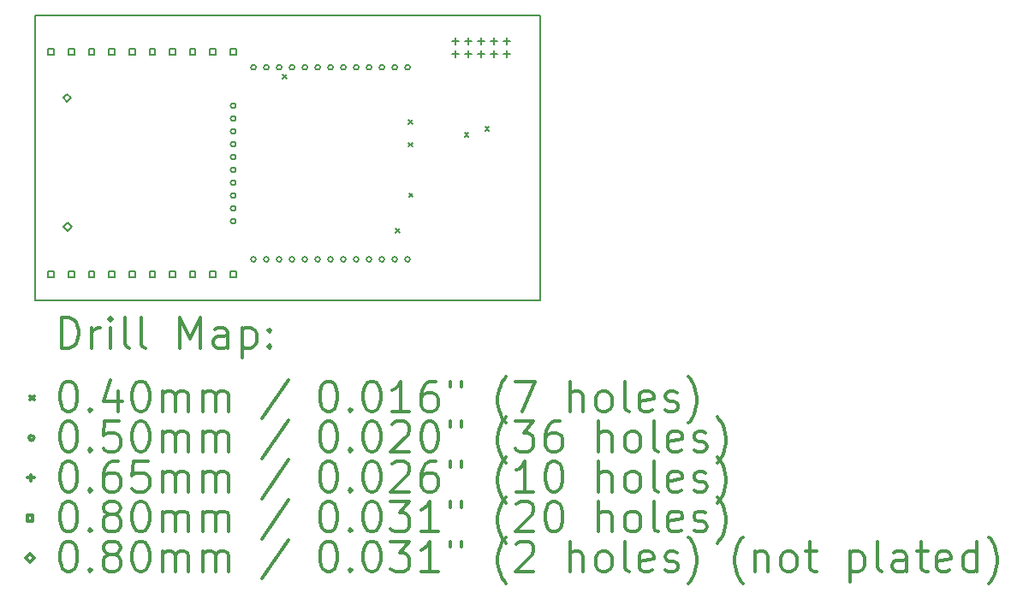
<source format=gbr>
%FSLAX45Y45*%
G04 Gerber Fmt 4.5, Leading zero omitted, Abs format (unit mm)*
G04 Created by KiCad (PCBNEW 4.0.2-4+6225~38~ubuntu15.10.1-stable) date søn 17 apr 2016 19:25:52 CEST*
%MOMM*%
G01*
G04 APERTURE LIST*
%ADD10C,0.127000*%
%ADD11C,0.150000*%
%ADD12C,0.200000*%
%ADD13C,0.300000*%
G04 APERTURE END LIST*
D10*
D11*
X12095000Y-12489000D02*
X17095000Y-12489000D01*
X17095000Y-12489000D02*
X17095000Y-15307000D01*
X12095000Y-15307000D02*
X12095000Y-12489906D01*
X17095000Y-15307000D02*
X12095000Y-15307000D01*
D12*
X14545072Y-13075681D02*
X14585072Y-13115681D01*
X14585072Y-13075681D02*
X14545072Y-13115681D01*
X15667000Y-14598000D02*
X15707000Y-14638000D01*
X15707000Y-14598000D02*
X15667000Y-14638000D01*
X15792000Y-13525000D02*
X15832000Y-13565000D01*
X15832000Y-13525000D02*
X15792000Y-13565000D01*
X15792000Y-13749000D02*
X15832000Y-13789000D01*
X15832000Y-13749000D02*
X15792000Y-13789000D01*
X15795000Y-14248000D02*
X15835000Y-14288000D01*
X15835000Y-14248000D02*
X15795000Y-14288000D01*
X16346000Y-13653000D02*
X16386000Y-13693000D01*
X16386000Y-13653000D02*
X16346000Y-13693000D01*
X16549000Y-13592000D02*
X16589000Y-13632000D01*
X16589000Y-13592000D02*
X16549000Y-13632000D01*
X14083000Y-13383000D02*
G75*
G03X14083000Y-13383000I-25000J0D01*
G01*
X14083000Y-13510000D02*
G75*
G03X14083000Y-13510000I-25000J0D01*
G01*
X14083000Y-13637000D02*
G75*
G03X14083000Y-13637000I-25000J0D01*
G01*
X14083000Y-13764000D02*
G75*
G03X14083000Y-13764000I-25000J0D01*
G01*
X14083000Y-13891000D02*
G75*
G03X14083000Y-13891000I-25000J0D01*
G01*
X14083000Y-14018000D02*
G75*
G03X14083000Y-14018000I-25000J0D01*
G01*
X14083000Y-14145000D02*
G75*
G03X14083000Y-14145000I-25000J0D01*
G01*
X14083000Y-14272000D02*
G75*
G03X14083000Y-14272000I-25000J0D01*
G01*
X14083000Y-14399000D02*
G75*
G03X14083000Y-14399000I-25000J0D01*
G01*
X14083000Y-14526000D02*
G75*
G03X14083000Y-14526000I-25000J0D01*
G01*
X14283000Y-13004000D02*
G75*
G03X14283000Y-13004000I-25000J0D01*
G01*
X14283000Y-14904000D02*
G75*
G03X14283000Y-14904000I-25000J0D01*
G01*
X14410000Y-13004000D02*
G75*
G03X14410000Y-13004000I-25000J0D01*
G01*
X14410000Y-14904000D02*
G75*
G03X14410000Y-14904000I-25000J0D01*
G01*
X14537000Y-13004000D02*
G75*
G03X14537000Y-13004000I-25000J0D01*
G01*
X14537000Y-14904000D02*
G75*
G03X14537000Y-14904000I-25000J0D01*
G01*
X14664000Y-13004000D02*
G75*
G03X14664000Y-13004000I-25000J0D01*
G01*
X14664000Y-14904000D02*
G75*
G03X14664000Y-14904000I-25000J0D01*
G01*
X14791000Y-13004000D02*
G75*
G03X14791000Y-13004000I-25000J0D01*
G01*
X14791000Y-14904000D02*
G75*
G03X14791000Y-14904000I-25000J0D01*
G01*
X14918000Y-13004000D02*
G75*
G03X14918000Y-13004000I-25000J0D01*
G01*
X14918000Y-14904000D02*
G75*
G03X14918000Y-14904000I-25000J0D01*
G01*
X15045000Y-13004000D02*
G75*
G03X15045000Y-13004000I-25000J0D01*
G01*
X15045000Y-14904000D02*
G75*
G03X15045000Y-14904000I-25000J0D01*
G01*
X15172000Y-13004000D02*
G75*
G03X15172000Y-13004000I-25000J0D01*
G01*
X15172000Y-14904000D02*
G75*
G03X15172000Y-14904000I-25000J0D01*
G01*
X15299000Y-13004000D02*
G75*
G03X15299000Y-13004000I-25000J0D01*
G01*
X15299000Y-14904000D02*
G75*
G03X15299000Y-14904000I-25000J0D01*
G01*
X15426000Y-13004000D02*
G75*
G03X15426000Y-13004000I-25000J0D01*
G01*
X15426000Y-14904000D02*
G75*
G03X15426000Y-14904000I-25000J0D01*
G01*
X15553000Y-13004000D02*
G75*
G03X15553000Y-13004000I-25000J0D01*
G01*
X15553000Y-14904000D02*
G75*
G03X15553000Y-14904000I-25000J0D01*
G01*
X15680000Y-13004000D02*
G75*
G03X15680000Y-13004000I-25000J0D01*
G01*
X15680000Y-14904000D02*
G75*
G03X15680000Y-14904000I-25000J0D01*
G01*
X15807000Y-13004000D02*
G75*
G03X15807000Y-13004000I-25000J0D01*
G01*
X15807000Y-14904000D02*
G75*
G03X15807000Y-14904000I-25000J0D01*
G01*
X16256000Y-12710500D02*
X16256000Y-12775500D01*
X16223500Y-12743000D02*
X16288500Y-12743000D01*
X16256000Y-12837500D02*
X16256000Y-12902500D01*
X16223500Y-12870000D02*
X16288500Y-12870000D01*
X16383000Y-12710500D02*
X16383000Y-12775500D01*
X16350500Y-12743000D02*
X16415500Y-12743000D01*
X16383000Y-12837500D02*
X16383000Y-12902500D01*
X16350500Y-12870000D02*
X16415500Y-12870000D01*
X16510000Y-12710500D02*
X16510000Y-12775500D01*
X16477500Y-12743000D02*
X16542500Y-12743000D01*
X16510000Y-12837500D02*
X16510000Y-12902500D01*
X16477500Y-12870000D02*
X16542500Y-12870000D01*
X16637000Y-12710500D02*
X16637000Y-12775500D01*
X16604500Y-12743000D02*
X16669500Y-12743000D01*
X16637000Y-12837500D02*
X16637000Y-12902500D01*
X16604500Y-12870000D02*
X16669500Y-12870000D01*
X16764000Y-12710500D02*
X16764000Y-12775500D01*
X16731500Y-12743000D02*
X16796500Y-12743000D01*
X16764000Y-12837500D02*
X16764000Y-12902500D01*
X16731500Y-12870000D02*
X16796500Y-12870000D01*
X12285784Y-12878284D02*
X12285784Y-12821715D01*
X12229215Y-12821715D01*
X12229215Y-12878284D01*
X12285784Y-12878284D01*
X12285784Y-15078284D02*
X12285784Y-15021715D01*
X12229215Y-15021715D01*
X12229215Y-15078284D01*
X12285784Y-15078284D01*
X12485784Y-12878284D02*
X12485784Y-12821715D01*
X12429215Y-12821715D01*
X12429215Y-12878284D01*
X12485784Y-12878284D01*
X12485784Y-15078284D02*
X12485784Y-15021715D01*
X12429215Y-15021715D01*
X12429215Y-15078284D01*
X12485784Y-15078284D01*
X12685784Y-12878284D02*
X12685784Y-12821715D01*
X12629215Y-12821715D01*
X12629215Y-12878284D01*
X12685784Y-12878284D01*
X12685784Y-15078284D02*
X12685784Y-15021715D01*
X12629215Y-15021715D01*
X12629215Y-15078284D01*
X12685784Y-15078284D01*
X12885784Y-12878284D02*
X12885784Y-12821715D01*
X12829215Y-12821715D01*
X12829215Y-12878284D01*
X12885784Y-12878284D01*
X12885784Y-15078284D02*
X12885784Y-15021715D01*
X12829215Y-15021715D01*
X12829215Y-15078284D01*
X12885784Y-15078284D01*
X13085784Y-12878284D02*
X13085784Y-12821715D01*
X13029215Y-12821715D01*
X13029215Y-12878284D01*
X13085784Y-12878284D01*
X13085784Y-15078284D02*
X13085784Y-15021715D01*
X13029215Y-15021715D01*
X13029215Y-15078284D01*
X13085784Y-15078284D01*
X13285784Y-12878284D02*
X13285784Y-12821715D01*
X13229215Y-12821715D01*
X13229215Y-12878284D01*
X13285784Y-12878284D01*
X13285784Y-15078284D02*
X13285784Y-15021715D01*
X13229215Y-15021715D01*
X13229215Y-15078284D01*
X13285784Y-15078284D01*
X13485784Y-12878284D02*
X13485784Y-12821715D01*
X13429215Y-12821715D01*
X13429215Y-12878284D01*
X13485784Y-12878284D01*
X13485784Y-15078284D02*
X13485784Y-15021715D01*
X13429215Y-15021715D01*
X13429215Y-15078284D01*
X13485784Y-15078284D01*
X13685784Y-12878284D02*
X13685784Y-12821715D01*
X13629215Y-12821715D01*
X13629215Y-12878284D01*
X13685784Y-12878284D01*
X13685784Y-15078284D02*
X13685784Y-15021715D01*
X13629215Y-15021715D01*
X13629215Y-15078284D01*
X13685784Y-15078284D01*
X13885784Y-12878284D02*
X13885784Y-12821715D01*
X13829215Y-12821715D01*
X13829215Y-12878284D01*
X13885784Y-12878284D01*
X13885784Y-15078284D02*
X13885784Y-15021715D01*
X13829215Y-15021715D01*
X13829215Y-15078284D01*
X13885784Y-15078284D01*
X14085784Y-12878284D02*
X14085784Y-12821715D01*
X14029215Y-12821715D01*
X14029215Y-12878284D01*
X14085784Y-12878284D01*
X14085784Y-15078284D02*
X14085784Y-15021715D01*
X14029215Y-15021715D01*
X14029215Y-15078284D01*
X14085784Y-15078284D01*
X12415000Y-13347000D02*
X12455000Y-13307000D01*
X12415000Y-13267000D01*
X12375000Y-13307000D01*
X12415000Y-13347000D01*
X12422000Y-14620000D02*
X12462000Y-14580000D01*
X12422000Y-14540000D01*
X12382000Y-14580000D01*
X12422000Y-14620000D01*
D13*
X12358928Y-15780214D02*
X12358928Y-15480214D01*
X12430357Y-15480214D01*
X12473214Y-15494500D01*
X12501786Y-15523071D01*
X12516071Y-15551643D01*
X12530357Y-15608786D01*
X12530357Y-15651643D01*
X12516071Y-15708786D01*
X12501786Y-15737357D01*
X12473214Y-15765929D01*
X12430357Y-15780214D01*
X12358928Y-15780214D01*
X12658928Y-15780214D02*
X12658928Y-15580214D01*
X12658928Y-15637357D02*
X12673214Y-15608786D01*
X12687500Y-15594500D01*
X12716071Y-15580214D01*
X12744643Y-15580214D01*
X12844643Y-15780214D02*
X12844643Y-15580214D01*
X12844643Y-15480214D02*
X12830357Y-15494500D01*
X12844643Y-15508786D01*
X12858928Y-15494500D01*
X12844643Y-15480214D01*
X12844643Y-15508786D01*
X13030357Y-15780214D02*
X13001786Y-15765929D01*
X12987500Y-15737357D01*
X12987500Y-15480214D01*
X13187500Y-15780214D02*
X13158928Y-15765929D01*
X13144643Y-15737357D01*
X13144643Y-15480214D01*
X13530357Y-15780214D02*
X13530357Y-15480214D01*
X13630357Y-15694500D01*
X13730357Y-15480214D01*
X13730357Y-15780214D01*
X14001786Y-15780214D02*
X14001786Y-15623071D01*
X13987500Y-15594500D01*
X13958928Y-15580214D01*
X13901786Y-15580214D01*
X13873214Y-15594500D01*
X14001786Y-15765929D02*
X13973214Y-15780214D01*
X13901786Y-15780214D01*
X13873214Y-15765929D01*
X13858928Y-15737357D01*
X13858928Y-15708786D01*
X13873214Y-15680214D01*
X13901786Y-15665929D01*
X13973214Y-15665929D01*
X14001786Y-15651643D01*
X14144643Y-15580214D02*
X14144643Y-15880214D01*
X14144643Y-15594500D02*
X14173214Y-15580214D01*
X14230357Y-15580214D01*
X14258928Y-15594500D01*
X14273214Y-15608786D01*
X14287500Y-15637357D01*
X14287500Y-15723071D01*
X14273214Y-15751643D01*
X14258928Y-15765929D01*
X14230357Y-15780214D01*
X14173214Y-15780214D01*
X14144643Y-15765929D01*
X14416071Y-15751643D02*
X14430357Y-15765929D01*
X14416071Y-15780214D01*
X14401786Y-15765929D01*
X14416071Y-15751643D01*
X14416071Y-15780214D01*
X14416071Y-15594500D02*
X14430357Y-15608786D01*
X14416071Y-15623071D01*
X14401786Y-15608786D01*
X14416071Y-15594500D01*
X14416071Y-15623071D01*
X12047500Y-16254500D02*
X12087500Y-16294500D01*
X12087500Y-16254500D02*
X12047500Y-16294500D01*
X12416071Y-16110214D02*
X12444643Y-16110214D01*
X12473214Y-16124500D01*
X12487500Y-16138786D01*
X12501786Y-16167357D01*
X12516071Y-16224500D01*
X12516071Y-16295929D01*
X12501786Y-16353071D01*
X12487500Y-16381643D01*
X12473214Y-16395929D01*
X12444643Y-16410214D01*
X12416071Y-16410214D01*
X12387500Y-16395929D01*
X12373214Y-16381643D01*
X12358928Y-16353071D01*
X12344643Y-16295929D01*
X12344643Y-16224500D01*
X12358928Y-16167357D01*
X12373214Y-16138786D01*
X12387500Y-16124500D01*
X12416071Y-16110214D01*
X12644643Y-16381643D02*
X12658928Y-16395929D01*
X12644643Y-16410214D01*
X12630357Y-16395929D01*
X12644643Y-16381643D01*
X12644643Y-16410214D01*
X12916071Y-16210214D02*
X12916071Y-16410214D01*
X12844643Y-16095929D02*
X12773214Y-16310214D01*
X12958928Y-16310214D01*
X13130357Y-16110214D02*
X13158928Y-16110214D01*
X13187500Y-16124500D01*
X13201786Y-16138786D01*
X13216071Y-16167357D01*
X13230357Y-16224500D01*
X13230357Y-16295929D01*
X13216071Y-16353071D01*
X13201786Y-16381643D01*
X13187500Y-16395929D01*
X13158928Y-16410214D01*
X13130357Y-16410214D01*
X13101786Y-16395929D01*
X13087500Y-16381643D01*
X13073214Y-16353071D01*
X13058928Y-16295929D01*
X13058928Y-16224500D01*
X13073214Y-16167357D01*
X13087500Y-16138786D01*
X13101786Y-16124500D01*
X13130357Y-16110214D01*
X13358928Y-16410214D02*
X13358928Y-16210214D01*
X13358928Y-16238786D02*
X13373214Y-16224500D01*
X13401786Y-16210214D01*
X13444643Y-16210214D01*
X13473214Y-16224500D01*
X13487500Y-16253071D01*
X13487500Y-16410214D01*
X13487500Y-16253071D02*
X13501786Y-16224500D01*
X13530357Y-16210214D01*
X13573214Y-16210214D01*
X13601786Y-16224500D01*
X13616071Y-16253071D01*
X13616071Y-16410214D01*
X13758928Y-16410214D02*
X13758928Y-16210214D01*
X13758928Y-16238786D02*
X13773214Y-16224500D01*
X13801786Y-16210214D01*
X13844643Y-16210214D01*
X13873214Y-16224500D01*
X13887500Y-16253071D01*
X13887500Y-16410214D01*
X13887500Y-16253071D02*
X13901786Y-16224500D01*
X13930357Y-16210214D01*
X13973214Y-16210214D01*
X14001786Y-16224500D01*
X14016071Y-16253071D01*
X14016071Y-16410214D01*
X14601786Y-16095929D02*
X14344643Y-16481643D01*
X14987500Y-16110214D02*
X15016071Y-16110214D01*
X15044643Y-16124500D01*
X15058928Y-16138786D01*
X15073214Y-16167357D01*
X15087500Y-16224500D01*
X15087500Y-16295929D01*
X15073214Y-16353071D01*
X15058928Y-16381643D01*
X15044643Y-16395929D01*
X15016071Y-16410214D01*
X14987500Y-16410214D01*
X14958928Y-16395929D01*
X14944643Y-16381643D01*
X14930357Y-16353071D01*
X14916071Y-16295929D01*
X14916071Y-16224500D01*
X14930357Y-16167357D01*
X14944643Y-16138786D01*
X14958928Y-16124500D01*
X14987500Y-16110214D01*
X15216071Y-16381643D02*
X15230357Y-16395929D01*
X15216071Y-16410214D01*
X15201786Y-16395929D01*
X15216071Y-16381643D01*
X15216071Y-16410214D01*
X15416071Y-16110214D02*
X15444643Y-16110214D01*
X15473214Y-16124500D01*
X15487500Y-16138786D01*
X15501785Y-16167357D01*
X15516071Y-16224500D01*
X15516071Y-16295929D01*
X15501785Y-16353071D01*
X15487500Y-16381643D01*
X15473214Y-16395929D01*
X15444643Y-16410214D01*
X15416071Y-16410214D01*
X15387500Y-16395929D01*
X15373214Y-16381643D01*
X15358928Y-16353071D01*
X15344643Y-16295929D01*
X15344643Y-16224500D01*
X15358928Y-16167357D01*
X15373214Y-16138786D01*
X15387500Y-16124500D01*
X15416071Y-16110214D01*
X15801785Y-16410214D02*
X15630357Y-16410214D01*
X15716071Y-16410214D02*
X15716071Y-16110214D01*
X15687500Y-16153071D01*
X15658928Y-16181643D01*
X15630357Y-16195929D01*
X16058928Y-16110214D02*
X16001785Y-16110214D01*
X15973214Y-16124500D01*
X15958928Y-16138786D01*
X15930357Y-16181643D01*
X15916071Y-16238786D01*
X15916071Y-16353071D01*
X15930357Y-16381643D01*
X15944643Y-16395929D01*
X15973214Y-16410214D01*
X16030357Y-16410214D01*
X16058928Y-16395929D01*
X16073214Y-16381643D01*
X16087500Y-16353071D01*
X16087500Y-16281643D01*
X16073214Y-16253071D01*
X16058928Y-16238786D01*
X16030357Y-16224500D01*
X15973214Y-16224500D01*
X15944643Y-16238786D01*
X15930357Y-16253071D01*
X15916071Y-16281643D01*
X16201786Y-16110214D02*
X16201786Y-16167357D01*
X16316071Y-16110214D02*
X16316071Y-16167357D01*
X16758928Y-16524500D02*
X16744643Y-16510214D01*
X16716071Y-16467357D01*
X16701785Y-16438786D01*
X16687500Y-16395929D01*
X16673214Y-16324500D01*
X16673214Y-16267357D01*
X16687500Y-16195929D01*
X16701785Y-16153071D01*
X16716071Y-16124500D01*
X16744643Y-16081643D01*
X16758928Y-16067357D01*
X16844643Y-16110214D02*
X17044643Y-16110214D01*
X16916071Y-16410214D01*
X17387500Y-16410214D02*
X17387500Y-16110214D01*
X17516071Y-16410214D02*
X17516071Y-16253071D01*
X17501786Y-16224500D01*
X17473214Y-16210214D01*
X17430357Y-16210214D01*
X17401786Y-16224500D01*
X17387500Y-16238786D01*
X17701786Y-16410214D02*
X17673214Y-16395929D01*
X17658928Y-16381643D01*
X17644643Y-16353071D01*
X17644643Y-16267357D01*
X17658928Y-16238786D01*
X17673214Y-16224500D01*
X17701786Y-16210214D01*
X17744643Y-16210214D01*
X17773214Y-16224500D01*
X17787500Y-16238786D01*
X17801786Y-16267357D01*
X17801786Y-16353071D01*
X17787500Y-16381643D01*
X17773214Y-16395929D01*
X17744643Y-16410214D01*
X17701786Y-16410214D01*
X17973214Y-16410214D02*
X17944643Y-16395929D01*
X17930357Y-16367357D01*
X17930357Y-16110214D01*
X18201786Y-16395929D02*
X18173214Y-16410214D01*
X18116071Y-16410214D01*
X18087500Y-16395929D01*
X18073214Y-16367357D01*
X18073214Y-16253071D01*
X18087500Y-16224500D01*
X18116071Y-16210214D01*
X18173214Y-16210214D01*
X18201786Y-16224500D01*
X18216071Y-16253071D01*
X18216071Y-16281643D01*
X18073214Y-16310214D01*
X18330357Y-16395929D02*
X18358929Y-16410214D01*
X18416071Y-16410214D01*
X18444643Y-16395929D01*
X18458929Y-16367357D01*
X18458929Y-16353071D01*
X18444643Y-16324500D01*
X18416071Y-16310214D01*
X18373214Y-16310214D01*
X18344643Y-16295929D01*
X18330357Y-16267357D01*
X18330357Y-16253071D01*
X18344643Y-16224500D01*
X18373214Y-16210214D01*
X18416071Y-16210214D01*
X18444643Y-16224500D01*
X18558928Y-16524500D02*
X18573214Y-16510214D01*
X18601786Y-16467357D01*
X18616071Y-16438786D01*
X18630357Y-16395929D01*
X18644643Y-16324500D01*
X18644643Y-16267357D01*
X18630357Y-16195929D01*
X18616071Y-16153071D01*
X18601786Y-16124500D01*
X18573214Y-16081643D01*
X18558928Y-16067357D01*
X12087500Y-16670500D02*
G75*
G03X12087500Y-16670500I-25000J0D01*
G01*
X12416071Y-16506214D02*
X12444643Y-16506214D01*
X12473214Y-16520500D01*
X12487500Y-16534786D01*
X12501786Y-16563357D01*
X12516071Y-16620500D01*
X12516071Y-16691929D01*
X12501786Y-16749071D01*
X12487500Y-16777643D01*
X12473214Y-16791929D01*
X12444643Y-16806214D01*
X12416071Y-16806214D01*
X12387500Y-16791929D01*
X12373214Y-16777643D01*
X12358928Y-16749071D01*
X12344643Y-16691929D01*
X12344643Y-16620500D01*
X12358928Y-16563357D01*
X12373214Y-16534786D01*
X12387500Y-16520500D01*
X12416071Y-16506214D01*
X12644643Y-16777643D02*
X12658928Y-16791929D01*
X12644643Y-16806214D01*
X12630357Y-16791929D01*
X12644643Y-16777643D01*
X12644643Y-16806214D01*
X12930357Y-16506214D02*
X12787500Y-16506214D01*
X12773214Y-16649071D01*
X12787500Y-16634786D01*
X12816071Y-16620500D01*
X12887500Y-16620500D01*
X12916071Y-16634786D01*
X12930357Y-16649071D01*
X12944643Y-16677643D01*
X12944643Y-16749071D01*
X12930357Y-16777643D01*
X12916071Y-16791929D01*
X12887500Y-16806214D01*
X12816071Y-16806214D01*
X12787500Y-16791929D01*
X12773214Y-16777643D01*
X13130357Y-16506214D02*
X13158928Y-16506214D01*
X13187500Y-16520500D01*
X13201786Y-16534786D01*
X13216071Y-16563357D01*
X13230357Y-16620500D01*
X13230357Y-16691929D01*
X13216071Y-16749071D01*
X13201786Y-16777643D01*
X13187500Y-16791929D01*
X13158928Y-16806214D01*
X13130357Y-16806214D01*
X13101786Y-16791929D01*
X13087500Y-16777643D01*
X13073214Y-16749071D01*
X13058928Y-16691929D01*
X13058928Y-16620500D01*
X13073214Y-16563357D01*
X13087500Y-16534786D01*
X13101786Y-16520500D01*
X13130357Y-16506214D01*
X13358928Y-16806214D02*
X13358928Y-16606214D01*
X13358928Y-16634786D02*
X13373214Y-16620500D01*
X13401786Y-16606214D01*
X13444643Y-16606214D01*
X13473214Y-16620500D01*
X13487500Y-16649071D01*
X13487500Y-16806214D01*
X13487500Y-16649071D02*
X13501786Y-16620500D01*
X13530357Y-16606214D01*
X13573214Y-16606214D01*
X13601786Y-16620500D01*
X13616071Y-16649071D01*
X13616071Y-16806214D01*
X13758928Y-16806214D02*
X13758928Y-16606214D01*
X13758928Y-16634786D02*
X13773214Y-16620500D01*
X13801786Y-16606214D01*
X13844643Y-16606214D01*
X13873214Y-16620500D01*
X13887500Y-16649071D01*
X13887500Y-16806214D01*
X13887500Y-16649071D02*
X13901786Y-16620500D01*
X13930357Y-16606214D01*
X13973214Y-16606214D01*
X14001786Y-16620500D01*
X14016071Y-16649071D01*
X14016071Y-16806214D01*
X14601786Y-16491929D02*
X14344643Y-16877643D01*
X14987500Y-16506214D02*
X15016071Y-16506214D01*
X15044643Y-16520500D01*
X15058928Y-16534786D01*
X15073214Y-16563357D01*
X15087500Y-16620500D01*
X15087500Y-16691929D01*
X15073214Y-16749071D01*
X15058928Y-16777643D01*
X15044643Y-16791929D01*
X15016071Y-16806214D01*
X14987500Y-16806214D01*
X14958928Y-16791929D01*
X14944643Y-16777643D01*
X14930357Y-16749071D01*
X14916071Y-16691929D01*
X14916071Y-16620500D01*
X14930357Y-16563357D01*
X14944643Y-16534786D01*
X14958928Y-16520500D01*
X14987500Y-16506214D01*
X15216071Y-16777643D02*
X15230357Y-16791929D01*
X15216071Y-16806214D01*
X15201786Y-16791929D01*
X15216071Y-16777643D01*
X15216071Y-16806214D01*
X15416071Y-16506214D02*
X15444643Y-16506214D01*
X15473214Y-16520500D01*
X15487500Y-16534786D01*
X15501785Y-16563357D01*
X15516071Y-16620500D01*
X15516071Y-16691929D01*
X15501785Y-16749071D01*
X15487500Y-16777643D01*
X15473214Y-16791929D01*
X15444643Y-16806214D01*
X15416071Y-16806214D01*
X15387500Y-16791929D01*
X15373214Y-16777643D01*
X15358928Y-16749071D01*
X15344643Y-16691929D01*
X15344643Y-16620500D01*
X15358928Y-16563357D01*
X15373214Y-16534786D01*
X15387500Y-16520500D01*
X15416071Y-16506214D01*
X15630357Y-16534786D02*
X15644643Y-16520500D01*
X15673214Y-16506214D01*
X15744643Y-16506214D01*
X15773214Y-16520500D01*
X15787500Y-16534786D01*
X15801785Y-16563357D01*
X15801785Y-16591929D01*
X15787500Y-16634786D01*
X15616071Y-16806214D01*
X15801785Y-16806214D01*
X15987500Y-16506214D02*
X16016071Y-16506214D01*
X16044643Y-16520500D01*
X16058928Y-16534786D01*
X16073214Y-16563357D01*
X16087500Y-16620500D01*
X16087500Y-16691929D01*
X16073214Y-16749071D01*
X16058928Y-16777643D01*
X16044643Y-16791929D01*
X16016071Y-16806214D01*
X15987500Y-16806214D01*
X15958928Y-16791929D01*
X15944643Y-16777643D01*
X15930357Y-16749071D01*
X15916071Y-16691929D01*
X15916071Y-16620500D01*
X15930357Y-16563357D01*
X15944643Y-16534786D01*
X15958928Y-16520500D01*
X15987500Y-16506214D01*
X16201786Y-16506214D02*
X16201786Y-16563357D01*
X16316071Y-16506214D02*
X16316071Y-16563357D01*
X16758928Y-16920500D02*
X16744643Y-16906214D01*
X16716071Y-16863357D01*
X16701785Y-16834786D01*
X16687500Y-16791929D01*
X16673214Y-16720500D01*
X16673214Y-16663357D01*
X16687500Y-16591929D01*
X16701785Y-16549071D01*
X16716071Y-16520500D01*
X16744643Y-16477643D01*
X16758928Y-16463357D01*
X16844643Y-16506214D02*
X17030357Y-16506214D01*
X16930357Y-16620500D01*
X16973214Y-16620500D01*
X17001786Y-16634786D01*
X17016071Y-16649071D01*
X17030357Y-16677643D01*
X17030357Y-16749071D01*
X17016071Y-16777643D01*
X17001786Y-16791929D01*
X16973214Y-16806214D01*
X16887500Y-16806214D01*
X16858928Y-16791929D01*
X16844643Y-16777643D01*
X17287500Y-16506214D02*
X17230357Y-16506214D01*
X17201786Y-16520500D01*
X17187500Y-16534786D01*
X17158928Y-16577643D01*
X17144643Y-16634786D01*
X17144643Y-16749071D01*
X17158928Y-16777643D01*
X17173214Y-16791929D01*
X17201786Y-16806214D01*
X17258928Y-16806214D01*
X17287500Y-16791929D01*
X17301786Y-16777643D01*
X17316071Y-16749071D01*
X17316071Y-16677643D01*
X17301786Y-16649071D01*
X17287500Y-16634786D01*
X17258928Y-16620500D01*
X17201786Y-16620500D01*
X17173214Y-16634786D01*
X17158928Y-16649071D01*
X17144643Y-16677643D01*
X17673214Y-16806214D02*
X17673214Y-16506214D01*
X17801786Y-16806214D02*
X17801786Y-16649071D01*
X17787500Y-16620500D01*
X17758928Y-16606214D01*
X17716071Y-16606214D01*
X17687500Y-16620500D01*
X17673214Y-16634786D01*
X17987500Y-16806214D02*
X17958928Y-16791929D01*
X17944643Y-16777643D01*
X17930357Y-16749071D01*
X17930357Y-16663357D01*
X17944643Y-16634786D01*
X17958928Y-16620500D01*
X17987500Y-16606214D01*
X18030357Y-16606214D01*
X18058928Y-16620500D01*
X18073214Y-16634786D01*
X18087500Y-16663357D01*
X18087500Y-16749071D01*
X18073214Y-16777643D01*
X18058928Y-16791929D01*
X18030357Y-16806214D01*
X17987500Y-16806214D01*
X18258928Y-16806214D02*
X18230357Y-16791929D01*
X18216071Y-16763357D01*
X18216071Y-16506214D01*
X18487500Y-16791929D02*
X18458929Y-16806214D01*
X18401786Y-16806214D01*
X18373214Y-16791929D01*
X18358929Y-16763357D01*
X18358929Y-16649071D01*
X18373214Y-16620500D01*
X18401786Y-16606214D01*
X18458929Y-16606214D01*
X18487500Y-16620500D01*
X18501786Y-16649071D01*
X18501786Y-16677643D01*
X18358929Y-16706214D01*
X18616071Y-16791929D02*
X18644643Y-16806214D01*
X18701786Y-16806214D01*
X18730357Y-16791929D01*
X18744643Y-16763357D01*
X18744643Y-16749071D01*
X18730357Y-16720500D01*
X18701786Y-16706214D01*
X18658929Y-16706214D01*
X18630357Y-16691929D01*
X18616071Y-16663357D01*
X18616071Y-16649071D01*
X18630357Y-16620500D01*
X18658929Y-16606214D01*
X18701786Y-16606214D01*
X18730357Y-16620500D01*
X18844643Y-16920500D02*
X18858929Y-16906214D01*
X18887500Y-16863357D01*
X18901786Y-16834786D01*
X18916071Y-16791929D01*
X18930357Y-16720500D01*
X18930357Y-16663357D01*
X18916071Y-16591929D01*
X18901786Y-16549071D01*
X18887500Y-16520500D01*
X18858929Y-16477643D01*
X18844643Y-16463357D01*
X12055000Y-17034000D02*
X12055000Y-17099000D01*
X12022500Y-17066500D02*
X12087500Y-17066500D01*
X12416071Y-16902214D02*
X12444643Y-16902214D01*
X12473214Y-16916500D01*
X12487500Y-16930786D01*
X12501786Y-16959357D01*
X12516071Y-17016500D01*
X12516071Y-17087929D01*
X12501786Y-17145072D01*
X12487500Y-17173643D01*
X12473214Y-17187929D01*
X12444643Y-17202214D01*
X12416071Y-17202214D01*
X12387500Y-17187929D01*
X12373214Y-17173643D01*
X12358928Y-17145072D01*
X12344643Y-17087929D01*
X12344643Y-17016500D01*
X12358928Y-16959357D01*
X12373214Y-16930786D01*
X12387500Y-16916500D01*
X12416071Y-16902214D01*
X12644643Y-17173643D02*
X12658928Y-17187929D01*
X12644643Y-17202214D01*
X12630357Y-17187929D01*
X12644643Y-17173643D01*
X12644643Y-17202214D01*
X12916071Y-16902214D02*
X12858928Y-16902214D01*
X12830357Y-16916500D01*
X12816071Y-16930786D01*
X12787500Y-16973643D01*
X12773214Y-17030786D01*
X12773214Y-17145072D01*
X12787500Y-17173643D01*
X12801786Y-17187929D01*
X12830357Y-17202214D01*
X12887500Y-17202214D01*
X12916071Y-17187929D01*
X12930357Y-17173643D01*
X12944643Y-17145072D01*
X12944643Y-17073643D01*
X12930357Y-17045072D01*
X12916071Y-17030786D01*
X12887500Y-17016500D01*
X12830357Y-17016500D01*
X12801786Y-17030786D01*
X12787500Y-17045072D01*
X12773214Y-17073643D01*
X13216071Y-16902214D02*
X13073214Y-16902214D01*
X13058928Y-17045072D01*
X13073214Y-17030786D01*
X13101786Y-17016500D01*
X13173214Y-17016500D01*
X13201786Y-17030786D01*
X13216071Y-17045072D01*
X13230357Y-17073643D01*
X13230357Y-17145072D01*
X13216071Y-17173643D01*
X13201786Y-17187929D01*
X13173214Y-17202214D01*
X13101786Y-17202214D01*
X13073214Y-17187929D01*
X13058928Y-17173643D01*
X13358928Y-17202214D02*
X13358928Y-17002214D01*
X13358928Y-17030786D02*
X13373214Y-17016500D01*
X13401786Y-17002214D01*
X13444643Y-17002214D01*
X13473214Y-17016500D01*
X13487500Y-17045072D01*
X13487500Y-17202214D01*
X13487500Y-17045072D02*
X13501786Y-17016500D01*
X13530357Y-17002214D01*
X13573214Y-17002214D01*
X13601786Y-17016500D01*
X13616071Y-17045072D01*
X13616071Y-17202214D01*
X13758928Y-17202214D02*
X13758928Y-17002214D01*
X13758928Y-17030786D02*
X13773214Y-17016500D01*
X13801786Y-17002214D01*
X13844643Y-17002214D01*
X13873214Y-17016500D01*
X13887500Y-17045072D01*
X13887500Y-17202214D01*
X13887500Y-17045072D02*
X13901786Y-17016500D01*
X13930357Y-17002214D01*
X13973214Y-17002214D01*
X14001786Y-17016500D01*
X14016071Y-17045072D01*
X14016071Y-17202214D01*
X14601786Y-16887929D02*
X14344643Y-17273643D01*
X14987500Y-16902214D02*
X15016071Y-16902214D01*
X15044643Y-16916500D01*
X15058928Y-16930786D01*
X15073214Y-16959357D01*
X15087500Y-17016500D01*
X15087500Y-17087929D01*
X15073214Y-17145072D01*
X15058928Y-17173643D01*
X15044643Y-17187929D01*
X15016071Y-17202214D01*
X14987500Y-17202214D01*
X14958928Y-17187929D01*
X14944643Y-17173643D01*
X14930357Y-17145072D01*
X14916071Y-17087929D01*
X14916071Y-17016500D01*
X14930357Y-16959357D01*
X14944643Y-16930786D01*
X14958928Y-16916500D01*
X14987500Y-16902214D01*
X15216071Y-17173643D02*
X15230357Y-17187929D01*
X15216071Y-17202214D01*
X15201786Y-17187929D01*
X15216071Y-17173643D01*
X15216071Y-17202214D01*
X15416071Y-16902214D02*
X15444643Y-16902214D01*
X15473214Y-16916500D01*
X15487500Y-16930786D01*
X15501785Y-16959357D01*
X15516071Y-17016500D01*
X15516071Y-17087929D01*
X15501785Y-17145072D01*
X15487500Y-17173643D01*
X15473214Y-17187929D01*
X15444643Y-17202214D01*
X15416071Y-17202214D01*
X15387500Y-17187929D01*
X15373214Y-17173643D01*
X15358928Y-17145072D01*
X15344643Y-17087929D01*
X15344643Y-17016500D01*
X15358928Y-16959357D01*
X15373214Y-16930786D01*
X15387500Y-16916500D01*
X15416071Y-16902214D01*
X15630357Y-16930786D02*
X15644643Y-16916500D01*
X15673214Y-16902214D01*
X15744643Y-16902214D01*
X15773214Y-16916500D01*
X15787500Y-16930786D01*
X15801785Y-16959357D01*
X15801785Y-16987929D01*
X15787500Y-17030786D01*
X15616071Y-17202214D01*
X15801785Y-17202214D01*
X16058928Y-16902214D02*
X16001785Y-16902214D01*
X15973214Y-16916500D01*
X15958928Y-16930786D01*
X15930357Y-16973643D01*
X15916071Y-17030786D01*
X15916071Y-17145072D01*
X15930357Y-17173643D01*
X15944643Y-17187929D01*
X15973214Y-17202214D01*
X16030357Y-17202214D01*
X16058928Y-17187929D01*
X16073214Y-17173643D01*
X16087500Y-17145072D01*
X16087500Y-17073643D01*
X16073214Y-17045072D01*
X16058928Y-17030786D01*
X16030357Y-17016500D01*
X15973214Y-17016500D01*
X15944643Y-17030786D01*
X15930357Y-17045072D01*
X15916071Y-17073643D01*
X16201786Y-16902214D02*
X16201786Y-16959357D01*
X16316071Y-16902214D02*
X16316071Y-16959357D01*
X16758928Y-17316500D02*
X16744643Y-17302214D01*
X16716071Y-17259357D01*
X16701785Y-17230786D01*
X16687500Y-17187929D01*
X16673214Y-17116500D01*
X16673214Y-17059357D01*
X16687500Y-16987929D01*
X16701785Y-16945072D01*
X16716071Y-16916500D01*
X16744643Y-16873643D01*
X16758928Y-16859357D01*
X17030357Y-17202214D02*
X16858928Y-17202214D01*
X16944643Y-17202214D02*
X16944643Y-16902214D01*
X16916071Y-16945072D01*
X16887500Y-16973643D01*
X16858928Y-16987929D01*
X17216071Y-16902214D02*
X17244643Y-16902214D01*
X17273214Y-16916500D01*
X17287500Y-16930786D01*
X17301786Y-16959357D01*
X17316071Y-17016500D01*
X17316071Y-17087929D01*
X17301786Y-17145072D01*
X17287500Y-17173643D01*
X17273214Y-17187929D01*
X17244643Y-17202214D01*
X17216071Y-17202214D01*
X17187500Y-17187929D01*
X17173214Y-17173643D01*
X17158928Y-17145072D01*
X17144643Y-17087929D01*
X17144643Y-17016500D01*
X17158928Y-16959357D01*
X17173214Y-16930786D01*
X17187500Y-16916500D01*
X17216071Y-16902214D01*
X17673214Y-17202214D02*
X17673214Y-16902214D01*
X17801786Y-17202214D02*
X17801786Y-17045072D01*
X17787500Y-17016500D01*
X17758928Y-17002214D01*
X17716071Y-17002214D01*
X17687500Y-17016500D01*
X17673214Y-17030786D01*
X17987500Y-17202214D02*
X17958928Y-17187929D01*
X17944643Y-17173643D01*
X17930357Y-17145072D01*
X17930357Y-17059357D01*
X17944643Y-17030786D01*
X17958928Y-17016500D01*
X17987500Y-17002214D01*
X18030357Y-17002214D01*
X18058928Y-17016500D01*
X18073214Y-17030786D01*
X18087500Y-17059357D01*
X18087500Y-17145072D01*
X18073214Y-17173643D01*
X18058928Y-17187929D01*
X18030357Y-17202214D01*
X17987500Y-17202214D01*
X18258928Y-17202214D02*
X18230357Y-17187929D01*
X18216071Y-17159357D01*
X18216071Y-16902214D01*
X18487500Y-17187929D02*
X18458929Y-17202214D01*
X18401786Y-17202214D01*
X18373214Y-17187929D01*
X18358929Y-17159357D01*
X18358929Y-17045072D01*
X18373214Y-17016500D01*
X18401786Y-17002214D01*
X18458929Y-17002214D01*
X18487500Y-17016500D01*
X18501786Y-17045072D01*
X18501786Y-17073643D01*
X18358929Y-17102214D01*
X18616071Y-17187929D02*
X18644643Y-17202214D01*
X18701786Y-17202214D01*
X18730357Y-17187929D01*
X18744643Y-17159357D01*
X18744643Y-17145072D01*
X18730357Y-17116500D01*
X18701786Y-17102214D01*
X18658929Y-17102214D01*
X18630357Y-17087929D01*
X18616071Y-17059357D01*
X18616071Y-17045072D01*
X18630357Y-17016500D01*
X18658929Y-17002214D01*
X18701786Y-17002214D01*
X18730357Y-17016500D01*
X18844643Y-17316500D02*
X18858929Y-17302214D01*
X18887500Y-17259357D01*
X18901786Y-17230786D01*
X18916071Y-17187929D01*
X18930357Y-17116500D01*
X18930357Y-17059357D01*
X18916071Y-16987929D01*
X18901786Y-16945072D01*
X18887500Y-16916500D01*
X18858929Y-16873643D01*
X18844643Y-16859357D01*
X12075784Y-17490785D02*
X12075784Y-17434216D01*
X12019215Y-17434216D01*
X12019215Y-17490785D01*
X12075784Y-17490785D01*
X12416071Y-17298214D02*
X12444643Y-17298214D01*
X12473214Y-17312500D01*
X12487500Y-17326786D01*
X12501786Y-17355357D01*
X12516071Y-17412500D01*
X12516071Y-17483929D01*
X12501786Y-17541072D01*
X12487500Y-17569643D01*
X12473214Y-17583929D01*
X12444643Y-17598214D01*
X12416071Y-17598214D01*
X12387500Y-17583929D01*
X12373214Y-17569643D01*
X12358928Y-17541072D01*
X12344643Y-17483929D01*
X12344643Y-17412500D01*
X12358928Y-17355357D01*
X12373214Y-17326786D01*
X12387500Y-17312500D01*
X12416071Y-17298214D01*
X12644643Y-17569643D02*
X12658928Y-17583929D01*
X12644643Y-17598214D01*
X12630357Y-17583929D01*
X12644643Y-17569643D01*
X12644643Y-17598214D01*
X12830357Y-17426786D02*
X12801786Y-17412500D01*
X12787500Y-17398214D01*
X12773214Y-17369643D01*
X12773214Y-17355357D01*
X12787500Y-17326786D01*
X12801786Y-17312500D01*
X12830357Y-17298214D01*
X12887500Y-17298214D01*
X12916071Y-17312500D01*
X12930357Y-17326786D01*
X12944643Y-17355357D01*
X12944643Y-17369643D01*
X12930357Y-17398214D01*
X12916071Y-17412500D01*
X12887500Y-17426786D01*
X12830357Y-17426786D01*
X12801786Y-17441072D01*
X12787500Y-17455357D01*
X12773214Y-17483929D01*
X12773214Y-17541072D01*
X12787500Y-17569643D01*
X12801786Y-17583929D01*
X12830357Y-17598214D01*
X12887500Y-17598214D01*
X12916071Y-17583929D01*
X12930357Y-17569643D01*
X12944643Y-17541072D01*
X12944643Y-17483929D01*
X12930357Y-17455357D01*
X12916071Y-17441072D01*
X12887500Y-17426786D01*
X13130357Y-17298214D02*
X13158928Y-17298214D01*
X13187500Y-17312500D01*
X13201786Y-17326786D01*
X13216071Y-17355357D01*
X13230357Y-17412500D01*
X13230357Y-17483929D01*
X13216071Y-17541072D01*
X13201786Y-17569643D01*
X13187500Y-17583929D01*
X13158928Y-17598214D01*
X13130357Y-17598214D01*
X13101786Y-17583929D01*
X13087500Y-17569643D01*
X13073214Y-17541072D01*
X13058928Y-17483929D01*
X13058928Y-17412500D01*
X13073214Y-17355357D01*
X13087500Y-17326786D01*
X13101786Y-17312500D01*
X13130357Y-17298214D01*
X13358928Y-17598214D02*
X13358928Y-17398214D01*
X13358928Y-17426786D02*
X13373214Y-17412500D01*
X13401786Y-17398214D01*
X13444643Y-17398214D01*
X13473214Y-17412500D01*
X13487500Y-17441072D01*
X13487500Y-17598214D01*
X13487500Y-17441072D02*
X13501786Y-17412500D01*
X13530357Y-17398214D01*
X13573214Y-17398214D01*
X13601786Y-17412500D01*
X13616071Y-17441072D01*
X13616071Y-17598214D01*
X13758928Y-17598214D02*
X13758928Y-17398214D01*
X13758928Y-17426786D02*
X13773214Y-17412500D01*
X13801786Y-17398214D01*
X13844643Y-17398214D01*
X13873214Y-17412500D01*
X13887500Y-17441072D01*
X13887500Y-17598214D01*
X13887500Y-17441072D02*
X13901786Y-17412500D01*
X13930357Y-17398214D01*
X13973214Y-17398214D01*
X14001786Y-17412500D01*
X14016071Y-17441072D01*
X14016071Y-17598214D01*
X14601786Y-17283929D02*
X14344643Y-17669643D01*
X14987500Y-17298214D02*
X15016071Y-17298214D01*
X15044643Y-17312500D01*
X15058928Y-17326786D01*
X15073214Y-17355357D01*
X15087500Y-17412500D01*
X15087500Y-17483929D01*
X15073214Y-17541072D01*
X15058928Y-17569643D01*
X15044643Y-17583929D01*
X15016071Y-17598214D01*
X14987500Y-17598214D01*
X14958928Y-17583929D01*
X14944643Y-17569643D01*
X14930357Y-17541072D01*
X14916071Y-17483929D01*
X14916071Y-17412500D01*
X14930357Y-17355357D01*
X14944643Y-17326786D01*
X14958928Y-17312500D01*
X14987500Y-17298214D01*
X15216071Y-17569643D02*
X15230357Y-17583929D01*
X15216071Y-17598214D01*
X15201786Y-17583929D01*
X15216071Y-17569643D01*
X15216071Y-17598214D01*
X15416071Y-17298214D02*
X15444643Y-17298214D01*
X15473214Y-17312500D01*
X15487500Y-17326786D01*
X15501785Y-17355357D01*
X15516071Y-17412500D01*
X15516071Y-17483929D01*
X15501785Y-17541072D01*
X15487500Y-17569643D01*
X15473214Y-17583929D01*
X15444643Y-17598214D01*
X15416071Y-17598214D01*
X15387500Y-17583929D01*
X15373214Y-17569643D01*
X15358928Y-17541072D01*
X15344643Y-17483929D01*
X15344643Y-17412500D01*
X15358928Y-17355357D01*
X15373214Y-17326786D01*
X15387500Y-17312500D01*
X15416071Y-17298214D01*
X15616071Y-17298214D02*
X15801785Y-17298214D01*
X15701785Y-17412500D01*
X15744643Y-17412500D01*
X15773214Y-17426786D01*
X15787500Y-17441072D01*
X15801785Y-17469643D01*
X15801785Y-17541072D01*
X15787500Y-17569643D01*
X15773214Y-17583929D01*
X15744643Y-17598214D01*
X15658928Y-17598214D01*
X15630357Y-17583929D01*
X15616071Y-17569643D01*
X16087500Y-17598214D02*
X15916071Y-17598214D01*
X16001785Y-17598214D02*
X16001785Y-17298214D01*
X15973214Y-17341072D01*
X15944643Y-17369643D01*
X15916071Y-17383929D01*
X16201786Y-17298214D02*
X16201786Y-17355357D01*
X16316071Y-17298214D02*
X16316071Y-17355357D01*
X16758928Y-17712500D02*
X16744643Y-17698214D01*
X16716071Y-17655357D01*
X16701785Y-17626786D01*
X16687500Y-17583929D01*
X16673214Y-17512500D01*
X16673214Y-17455357D01*
X16687500Y-17383929D01*
X16701785Y-17341072D01*
X16716071Y-17312500D01*
X16744643Y-17269643D01*
X16758928Y-17255357D01*
X16858928Y-17326786D02*
X16873214Y-17312500D01*
X16901786Y-17298214D01*
X16973214Y-17298214D01*
X17001786Y-17312500D01*
X17016071Y-17326786D01*
X17030357Y-17355357D01*
X17030357Y-17383929D01*
X17016071Y-17426786D01*
X16844643Y-17598214D01*
X17030357Y-17598214D01*
X17216071Y-17298214D02*
X17244643Y-17298214D01*
X17273214Y-17312500D01*
X17287500Y-17326786D01*
X17301786Y-17355357D01*
X17316071Y-17412500D01*
X17316071Y-17483929D01*
X17301786Y-17541072D01*
X17287500Y-17569643D01*
X17273214Y-17583929D01*
X17244643Y-17598214D01*
X17216071Y-17598214D01*
X17187500Y-17583929D01*
X17173214Y-17569643D01*
X17158928Y-17541072D01*
X17144643Y-17483929D01*
X17144643Y-17412500D01*
X17158928Y-17355357D01*
X17173214Y-17326786D01*
X17187500Y-17312500D01*
X17216071Y-17298214D01*
X17673214Y-17598214D02*
X17673214Y-17298214D01*
X17801786Y-17598214D02*
X17801786Y-17441072D01*
X17787500Y-17412500D01*
X17758928Y-17398214D01*
X17716071Y-17398214D01*
X17687500Y-17412500D01*
X17673214Y-17426786D01*
X17987500Y-17598214D02*
X17958928Y-17583929D01*
X17944643Y-17569643D01*
X17930357Y-17541072D01*
X17930357Y-17455357D01*
X17944643Y-17426786D01*
X17958928Y-17412500D01*
X17987500Y-17398214D01*
X18030357Y-17398214D01*
X18058928Y-17412500D01*
X18073214Y-17426786D01*
X18087500Y-17455357D01*
X18087500Y-17541072D01*
X18073214Y-17569643D01*
X18058928Y-17583929D01*
X18030357Y-17598214D01*
X17987500Y-17598214D01*
X18258928Y-17598214D02*
X18230357Y-17583929D01*
X18216071Y-17555357D01*
X18216071Y-17298214D01*
X18487500Y-17583929D02*
X18458929Y-17598214D01*
X18401786Y-17598214D01*
X18373214Y-17583929D01*
X18358929Y-17555357D01*
X18358929Y-17441072D01*
X18373214Y-17412500D01*
X18401786Y-17398214D01*
X18458929Y-17398214D01*
X18487500Y-17412500D01*
X18501786Y-17441072D01*
X18501786Y-17469643D01*
X18358929Y-17498214D01*
X18616071Y-17583929D02*
X18644643Y-17598214D01*
X18701786Y-17598214D01*
X18730357Y-17583929D01*
X18744643Y-17555357D01*
X18744643Y-17541072D01*
X18730357Y-17512500D01*
X18701786Y-17498214D01*
X18658929Y-17498214D01*
X18630357Y-17483929D01*
X18616071Y-17455357D01*
X18616071Y-17441072D01*
X18630357Y-17412500D01*
X18658929Y-17398214D01*
X18701786Y-17398214D01*
X18730357Y-17412500D01*
X18844643Y-17712500D02*
X18858929Y-17698214D01*
X18887500Y-17655357D01*
X18901786Y-17626786D01*
X18916071Y-17583929D01*
X18930357Y-17512500D01*
X18930357Y-17455357D01*
X18916071Y-17383929D01*
X18901786Y-17341072D01*
X18887500Y-17312500D01*
X18858929Y-17269643D01*
X18844643Y-17255357D01*
X12047500Y-17898500D02*
X12087500Y-17858500D01*
X12047500Y-17818500D01*
X12007500Y-17858500D01*
X12047500Y-17898500D01*
X12416071Y-17694214D02*
X12444643Y-17694214D01*
X12473214Y-17708500D01*
X12487500Y-17722786D01*
X12501786Y-17751357D01*
X12516071Y-17808500D01*
X12516071Y-17879929D01*
X12501786Y-17937072D01*
X12487500Y-17965643D01*
X12473214Y-17979929D01*
X12444643Y-17994214D01*
X12416071Y-17994214D01*
X12387500Y-17979929D01*
X12373214Y-17965643D01*
X12358928Y-17937072D01*
X12344643Y-17879929D01*
X12344643Y-17808500D01*
X12358928Y-17751357D01*
X12373214Y-17722786D01*
X12387500Y-17708500D01*
X12416071Y-17694214D01*
X12644643Y-17965643D02*
X12658928Y-17979929D01*
X12644643Y-17994214D01*
X12630357Y-17979929D01*
X12644643Y-17965643D01*
X12644643Y-17994214D01*
X12830357Y-17822786D02*
X12801786Y-17808500D01*
X12787500Y-17794214D01*
X12773214Y-17765643D01*
X12773214Y-17751357D01*
X12787500Y-17722786D01*
X12801786Y-17708500D01*
X12830357Y-17694214D01*
X12887500Y-17694214D01*
X12916071Y-17708500D01*
X12930357Y-17722786D01*
X12944643Y-17751357D01*
X12944643Y-17765643D01*
X12930357Y-17794214D01*
X12916071Y-17808500D01*
X12887500Y-17822786D01*
X12830357Y-17822786D01*
X12801786Y-17837072D01*
X12787500Y-17851357D01*
X12773214Y-17879929D01*
X12773214Y-17937072D01*
X12787500Y-17965643D01*
X12801786Y-17979929D01*
X12830357Y-17994214D01*
X12887500Y-17994214D01*
X12916071Y-17979929D01*
X12930357Y-17965643D01*
X12944643Y-17937072D01*
X12944643Y-17879929D01*
X12930357Y-17851357D01*
X12916071Y-17837072D01*
X12887500Y-17822786D01*
X13130357Y-17694214D02*
X13158928Y-17694214D01*
X13187500Y-17708500D01*
X13201786Y-17722786D01*
X13216071Y-17751357D01*
X13230357Y-17808500D01*
X13230357Y-17879929D01*
X13216071Y-17937072D01*
X13201786Y-17965643D01*
X13187500Y-17979929D01*
X13158928Y-17994214D01*
X13130357Y-17994214D01*
X13101786Y-17979929D01*
X13087500Y-17965643D01*
X13073214Y-17937072D01*
X13058928Y-17879929D01*
X13058928Y-17808500D01*
X13073214Y-17751357D01*
X13087500Y-17722786D01*
X13101786Y-17708500D01*
X13130357Y-17694214D01*
X13358928Y-17994214D02*
X13358928Y-17794214D01*
X13358928Y-17822786D02*
X13373214Y-17808500D01*
X13401786Y-17794214D01*
X13444643Y-17794214D01*
X13473214Y-17808500D01*
X13487500Y-17837072D01*
X13487500Y-17994214D01*
X13487500Y-17837072D02*
X13501786Y-17808500D01*
X13530357Y-17794214D01*
X13573214Y-17794214D01*
X13601786Y-17808500D01*
X13616071Y-17837072D01*
X13616071Y-17994214D01*
X13758928Y-17994214D02*
X13758928Y-17794214D01*
X13758928Y-17822786D02*
X13773214Y-17808500D01*
X13801786Y-17794214D01*
X13844643Y-17794214D01*
X13873214Y-17808500D01*
X13887500Y-17837072D01*
X13887500Y-17994214D01*
X13887500Y-17837072D02*
X13901786Y-17808500D01*
X13930357Y-17794214D01*
X13973214Y-17794214D01*
X14001786Y-17808500D01*
X14016071Y-17837072D01*
X14016071Y-17994214D01*
X14601786Y-17679929D02*
X14344643Y-18065643D01*
X14987500Y-17694214D02*
X15016071Y-17694214D01*
X15044643Y-17708500D01*
X15058928Y-17722786D01*
X15073214Y-17751357D01*
X15087500Y-17808500D01*
X15087500Y-17879929D01*
X15073214Y-17937072D01*
X15058928Y-17965643D01*
X15044643Y-17979929D01*
X15016071Y-17994214D01*
X14987500Y-17994214D01*
X14958928Y-17979929D01*
X14944643Y-17965643D01*
X14930357Y-17937072D01*
X14916071Y-17879929D01*
X14916071Y-17808500D01*
X14930357Y-17751357D01*
X14944643Y-17722786D01*
X14958928Y-17708500D01*
X14987500Y-17694214D01*
X15216071Y-17965643D02*
X15230357Y-17979929D01*
X15216071Y-17994214D01*
X15201786Y-17979929D01*
X15216071Y-17965643D01*
X15216071Y-17994214D01*
X15416071Y-17694214D02*
X15444643Y-17694214D01*
X15473214Y-17708500D01*
X15487500Y-17722786D01*
X15501785Y-17751357D01*
X15516071Y-17808500D01*
X15516071Y-17879929D01*
X15501785Y-17937072D01*
X15487500Y-17965643D01*
X15473214Y-17979929D01*
X15444643Y-17994214D01*
X15416071Y-17994214D01*
X15387500Y-17979929D01*
X15373214Y-17965643D01*
X15358928Y-17937072D01*
X15344643Y-17879929D01*
X15344643Y-17808500D01*
X15358928Y-17751357D01*
X15373214Y-17722786D01*
X15387500Y-17708500D01*
X15416071Y-17694214D01*
X15616071Y-17694214D02*
X15801785Y-17694214D01*
X15701785Y-17808500D01*
X15744643Y-17808500D01*
X15773214Y-17822786D01*
X15787500Y-17837072D01*
X15801785Y-17865643D01*
X15801785Y-17937072D01*
X15787500Y-17965643D01*
X15773214Y-17979929D01*
X15744643Y-17994214D01*
X15658928Y-17994214D01*
X15630357Y-17979929D01*
X15616071Y-17965643D01*
X16087500Y-17994214D02*
X15916071Y-17994214D01*
X16001785Y-17994214D02*
X16001785Y-17694214D01*
X15973214Y-17737072D01*
X15944643Y-17765643D01*
X15916071Y-17779929D01*
X16201786Y-17694214D02*
X16201786Y-17751357D01*
X16316071Y-17694214D02*
X16316071Y-17751357D01*
X16758928Y-18108500D02*
X16744643Y-18094214D01*
X16716071Y-18051357D01*
X16701785Y-18022786D01*
X16687500Y-17979929D01*
X16673214Y-17908500D01*
X16673214Y-17851357D01*
X16687500Y-17779929D01*
X16701785Y-17737072D01*
X16716071Y-17708500D01*
X16744643Y-17665643D01*
X16758928Y-17651357D01*
X16858928Y-17722786D02*
X16873214Y-17708500D01*
X16901786Y-17694214D01*
X16973214Y-17694214D01*
X17001786Y-17708500D01*
X17016071Y-17722786D01*
X17030357Y-17751357D01*
X17030357Y-17779929D01*
X17016071Y-17822786D01*
X16844643Y-17994214D01*
X17030357Y-17994214D01*
X17387500Y-17994214D02*
X17387500Y-17694214D01*
X17516071Y-17994214D02*
X17516071Y-17837072D01*
X17501786Y-17808500D01*
X17473214Y-17794214D01*
X17430357Y-17794214D01*
X17401786Y-17808500D01*
X17387500Y-17822786D01*
X17701786Y-17994214D02*
X17673214Y-17979929D01*
X17658928Y-17965643D01*
X17644643Y-17937072D01*
X17644643Y-17851357D01*
X17658928Y-17822786D01*
X17673214Y-17808500D01*
X17701786Y-17794214D01*
X17744643Y-17794214D01*
X17773214Y-17808500D01*
X17787500Y-17822786D01*
X17801786Y-17851357D01*
X17801786Y-17937072D01*
X17787500Y-17965643D01*
X17773214Y-17979929D01*
X17744643Y-17994214D01*
X17701786Y-17994214D01*
X17973214Y-17994214D02*
X17944643Y-17979929D01*
X17930357Y-17951357D01*
X17930357Y-17694214D01*
X18201786Y-17979929D02*
X18173214Y-17994214D01*
X18116071Y-17994214D01*
X18087500Y-17979929D01*
X18073214Y-17951357D01*
X18073214Y-17837072D01*
X18087500Y-17808500D01*
X18116071Y-17794214D01*
X18173214Y-17794214D01*
X18201786Y-17808500D01*
X18216071Y-17837072D01*
X18216071Y-17865643D01*
X18073214Y-17894214D01*
X18330357Y-17979929D02*
X18358929Y-17994214D01*
X18416071Y-17994214D01*
X18444643Y-17979929D01*
X18458929Y-17951357D01*
X18458929Y-17937072D01*
X18444643Y-17908500D01*
X18416071Y-17894214D01*
X18373214Y-17894214D01*
X18344643Y-17879929D01*
X18330357Y-17851357D01*
X18330357Y-17837072D01*
X18344643Y-17808500D01*
X18373214Y-17794214D01*
X18416071Y-17794214D01*
X18444643Y-17808500D01*
X18558928Y-18108500D02*
X18573214Y-18094214D01*
X18601786Y-18051357D01*
X18616071Y-18022786D01*
X18630357Y-17979929D01*
X18644643Y-17908500D01*
X18644643Y-17851357D01*
X18630357Y-17779929D01*
X18616071Y-17737072D01*
X18601786Y-17708500D01*
X18573214Y-17665643D01*
X18558928Y-17651357D01*
X19101786Y-18108500D02*
X19087500Y-18094214D01*
X19058928Y-18051357D01*
X19044643Y-18022786D01*
X19030357Y-17979929D01*
X19016071Y-17908500D01*
X19016071Y-17851357D01*
X19030357Y-17779929D01*
X19044643Y-17737072D01*
X19058928Y-17708500D01*
X19087500Y-17665643D01*
X19101786Y-17651357D01*
X19216071Y-17794214D02*
X19216071Y-17994214D01*
X19216071Y-17822786D02*
X19230357Y-17808500D01*
X19258928Y-17794214D01*
X19301786Y-17794214D01*
X19330357Y-17808500D01*
X19344643Y-17837072D01*
X19344643Y-17994214D01*
X19530357Y-17994214D02*
X19501786Y-17979929D01*
X19487500Y-17965643D01*
X19473214Y-17937072D01*
X19473214Y-17851357D01*
X19487500Y-17822786D01*
X19501786Y-17808500D01*
X19530357Y-17794214D01*
X19573214Y-17794214D01*
X19601786Y-17808500D01*
X19616071Y-17822786D01*
X19630357Y-17851357D01*
X19630357Y-17937072D01*
X19616071Y-17965643D01*
X19601786Y-17979929D01*
X19573214Y-17994214D01*
X19530357Y-17994214D01*
X19716071Y-17794214D02*
X19830357Y-17794214D01*
X19758929Y-17694214D02*
X19758929Y-17951357D01*
X19773214Y-17979929D01*
X19801786Y-17994214D01*
X19830357Y-17994214D01*
X20158929Y-17794214D02*
X20158929Y-18094214D01*
X20158929Y-17808500D02*
X20187500Y-17794214D01*
X20244643Y-17794214D01*
X20273214Y-17808500D01*
X20287500Y-17822786D01*
X20301786Y-17851357D01*
X20301786Y-17937072D01*
X20287500Y-17965643D01*
X20273214Y-17979929D01*
X20244643Y-17994214D01*
X20187500Y-17994214D01*
X20158929Y-17979929D01*
X20473214Y-17994214D02*
X20444643Y-17979929D01*
X20430357Y-17951357D01*
X20430357Y-17694214D01*
X20716071Y-17994214D02*
X20716071Y-17837072D01*
X20701786Y-17808500D01*
X20673214Y-17794214D01*
X20616071Y-17794214D01*
X20587500Y-17808500D01*
X20716071Y-17979929D02*
X20687500Y-17994214D01*
X20616071Y-17994214D01*
X20587500Y-17979929D01*
X20573214Y-17951357D01*
X20573214Y-17922786D01*
X20587500Y-17894214D01*
X20616071Y-17879929D01*
X20687500Y-17879929D01*
X20716071Y-17865643D01*
X20816071Y-17794214D02*
X20930357Y-17794214D01*
X20858929Y-17694214D02*
X20858929Y-17951357D01*
X20873214Y-17979929D01*
X20901786Y-17994214D01*
X20930357Y-17994214D01*
X21144643Y-17979929D02*
X21116072Y-17994214D01*
X21058929Y-17994214D01*
X21030357Y-17979929D01*
X21016072Y-17951357D01*
X21016072Y-17837072D01*
X21030357Y-17808500D01*
X21058929Y-17794214D01*
X21116072Y-17794214D01*
X21144643Y-17808500D01*
X21158929Y-17837072D01*
X21158929Y-17865643D01*
X21016072Y-17894214D01*
X21416072Y-17994214D02*
X21416072Y-17694214D01*
X21416072Y-17979929D02*
X21387500Y-17994214D01*
X21330357Y-17994214D01*
X21301786Y-17979929D01*
X21287500Y-17965643D01*
X21273214Y-17937072D01*
X21273214Y-17851357D01*
X21287500Y-17822786D01*
X21301786Y-17808500D01*
X21330357Y-17794214D01*
X21387500Y-17794214D01*
X21416072Y-17808500D01*
X21530357Y-18108500D02*
X21544643Y-18094214D01*
X21573214Y-18051357D01*
X21587500Y-18022786D01*
X21601786Y-17979929D01*
X21616072Y-17908500D01*
X21616072Y-17851357D01*
X21601786Y-17779929D01*
X21587500Y-17737072D01*
X21573214Y-17708500D01*
X21544643Y-17665643D01*
X21530357Y-17651357D01*
M02*

</source>
